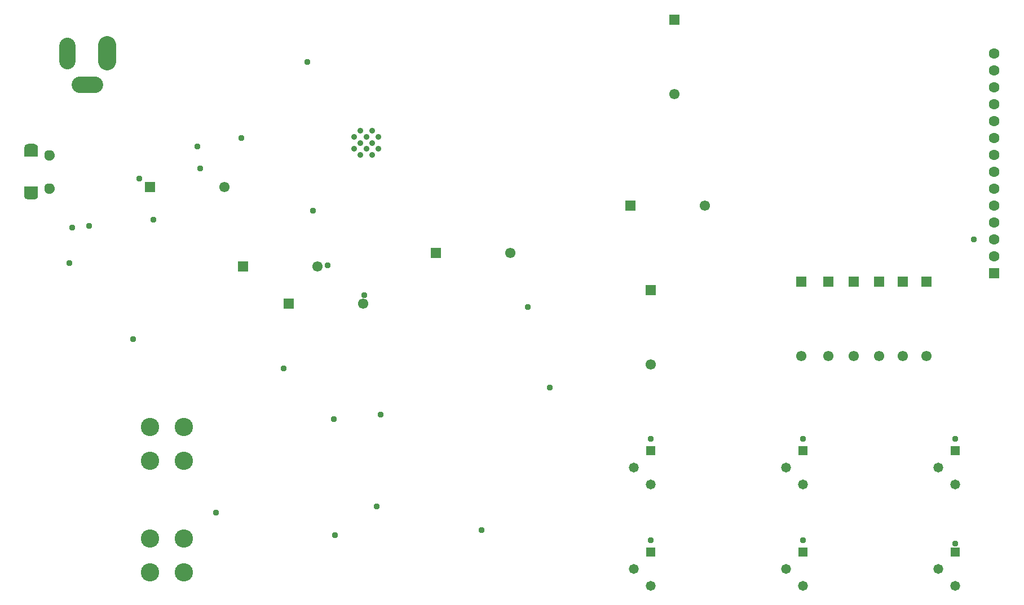
<source format=gbr>
G04 EAGLE Gerber RS-274X export*
G75*
%MOMM*%
%FSLAX34Y34*%
%LPD*%
%INSoldermask Bottom*%
%IPPOS*%
%AMOC8*
5,1,8,0,0,1.08239X$1,22.5*%
G01*
G04 Define Apertures*
%ADD10C,2.703200*%
%ADD11C,2.453200*%
%ADD12R,1.601200X1.601200*%
%ADD13C,1.601200*%
%ADD14R,1.471200X1.471200*%
%ADD15C,1.471200*%
%ADD16C,0.911200*%
%ADD17C,0.788500*%
%ADD18C,2.753200*%
%ADD19R,1.549400X1.549400*%
%ADD20C,1.549400*%
%ADD21C,0.959600*%
G36*
X55224Y686791D02*
X55115Y687898D01*
X55115Y701585D01*
X75485Y701585D01*
X75485Y687898D01*
X75376Y686791D01*
X75052Y685724D01*
X74527Y684741D01*
X73820Y683880D01*
X72959Y683173D01*
X71976Y682648D01*
X70909Y682324D01*
X69802Y682215D01*
X60798Y682215D01*
X59691Y682324D01*
X58624Y682648D01*
X57641Y683173D01*
X56780Y683880D01*
X56073Y684741D01*
X55548Y685724D01*
X55224Y686791D01*
G37*
G36*
X75485Y746215D02*
X55115Y746215D01*
X55115Y759902D01*
X55224Y761009D01*
X55548Y762076D01*
X56073Y763059D01*
X56780Y763920D01*
X57641Y764627D01*
X58624Y765152D01*
X59691Y765476D01*
X60798Y765585D01*
X69802Y765585D01*
X70909Y765476D01*
X71976Y765152D01*
X72959Y764627D01*
X73820Y763920D01*
X74527Y763059D01*
X75052Y762076D01*
X75376Y761009D01*
X75485Y759902D01*
X75485Y746215D01*
G37*
D10*
X179300Y914200D02*
X179300Y889200D01*
D11*
X119300Y890450D02*
X119300Y912950D01*
X138050Y854700D02*
X160550Y854700D01*
D12*
X1511300Y571500D03*
D13*
X1511300Y596900D03*
X1511300Y622300D03*
X1511300Y647700D03*
X1511300Y673100D03*
X1511300Y698500D03*
X1511300Y723900D03*
X1511300Y749300D03*
X1511300Y774700D03*
X1511300Y800100D03*
X1511300Y825500D03*
X1511300Y850900D03*
X1511300Y876300D03*
X1511300Y901700D03*
D14*
X1224130Y152400D03*
D15*
X1198730Y127000D03*
X1224130Y101600D03*
D14*
X1224130Y304800D03*
D15*
X1198730Y279400D03*
X1224130Y254000D03*
D14*
X1452730Y152400D03*
D15*
X1427330Y127000D03*
X1452730Y101600D03*
D14*
X995530Y152400D03*
D15*
X970130Y127000D03*
X995530Y101600D03*
D14*
X1452730Y304800D03*
D15*
X1427330Y279400D03*
X1452730Y254000D03*
D14*
X995530Y304800D03*
D15*
X970130Y279400D03*
X995530Y254000D03*
D16*
X550150Y758065D03*
X550150Y776415D03*
X559325Y748890D03*
X559325Y767240D03*
X559325Y785590D03*
X568500Y758065D03*
X568500Y776415D03*
X577675Y748890D03*
X577675Y767240D03*
X577675Y785590D03*
X586850Y758065D03*
X586850Y776415D03*
D17*
X88357Y748900D02*
X88359Y749025D01*
X88365Y749150D01*
X88375Y749275D01*
X88389Y749399D01*
X88407Y749523D01*
X88428Y749646D01*
X88454Y749769D01*
X88483Y749890D01*
X88517Y750011D01*
X88554Y750130D01*
X88595Y750249D01*
X88639Y750365D01*
X88688Y750481D01*
X88740Y750595D01*
X88795Y750707D01*
X88854Y750817D01*
X88917Y750925D01*
X88983Y751032D01*
X89052Y751136D01*
X89125Y751238D01*
X89201Y751337D01*
X89279Y751435D01*
X89361Y751529D01*
X89446Y751621D01*
X89534Y751710D01*
X89625Y751796D01*
X89718Y751880D01*
X89814Y751960D01*
X89912Y752038D01*
X90013Y752112D01*
X90116Y752183D01*
X90221Y752250D01*
X90329Y752315D01*
X90438Y752376D01*
X90549Y752433D01*
X90662Y752487D01*
X90777Y752537D01*
X90893Y752583D01*
X91010Y752626D01*
X91129Y752665D01*
X91249Y752700D01*
X91370Y752732D01*
X91492Y752759D01*
X91615Y752783D01*
X91739Y752803D01*
X91863Y752819D01*
X91988Y752831D01*
X92112Y752839D01*
X92237Y752843D01*
X92363Y752843D01*
X92488Y752839D01*
X92612Y752831D01*
X92737Y752819D01*
X92861Y752803D01*
X92985Y752783D01*
X93108Y752759D01*
X93230Y752732D01*
X93351Y752700D01*
X93471Y752665D01*
X93590Y752626D01*
X93707Y752583D01*
X93823Y752537D01*
X93938Y752487D01*
X94051Y752433D01*
X94162Y752376D01*
X94272Y752315D01*
X94379Y752250D01*
X94484Y752183D01*
X94587Y752112D01*
X94688Y752038D01*
X94786Y751960D01*
X94882Y751880D01*
X94975Y751796D01*
X95066Y751710D01*
X95154Y751621D01*
X95239Y751529D01*
X95321Y751435D01*
X95399Y751337D01*
X95475Y751238D01*
X95548Y751136D01*
X95617Y751032D01*
X95683Y750925D01*
X95746Y750817D01*
X95805Y750707D01*
X95860Y750595D01*
X95912Y750481D01*
X95961Y750365D01*
X96005Y750249D01*
X96046Y750130D01*
X96083Y750011D01*
X96117Y749890D01*
X96146Y749769D01*
X96172Y749646D01*
X96193Y749523D01*
X96211Y749399D01*
X96225Y749275D01*
X96235Y749150D01*
X96241Y749025D01*
X96243Y748900D01*
X96241Y748775D01*
X96235Y748650D01*
X96225Y748525D01*
X96211Y748401D01*
X96193Y748277D01*
X96172Y748154D01*
X96146Y748031D01*
X96117Y747910D01*
X96083Y747789D01*
X96046Y747670D01*
X96005Y747551D01*
X95961Y747435D01*
X95912Y747319D01*
X95860Y747205D01*
X95805Y747093D01*
X95746Y746983D01*
X95683Y746875D01*
X95617Y746768D01*
X95548Y746664D01*
X95475Y746562D01*
X95399Y746463D01*
X95321Y746365D01*
X95239Y746271D01*
X95154Y746179D01*
X95066Y746090D01*
X94975Y746004D01*
X94882Y745920D01*
X94786Y745840D01*
X94688Y745762D01*
X94587Y745688D01*
X94484Y745617D01*
X94379Y745550D01*
X94271Y745485D01*
X94162Y745424D01*
X94051Y745367D01*
X93938Y745313D01*
X93823Y745263D01*
X93707Y745217D01*
X93590Y745174D01*
X93471Y745135D01*
X93351Y745100D01*
X93230Y745068D01*
X93108Y745041D01*
X92985Y745017D01*
X92861Y744997D01*
X92737Y744981D01*
X92612Y744969D01*
X92488Y744961D01*
X92363Y744957D01*
X92237Y744957D01*
X92112Y744961D01*
X91988Y744969D01*
X91863Y744981D01*
X91739Y744997D01*
X91615Y745017D01*
X91492Y745041D01*
X91370Y745068D01*
X91249Y745100D01*
X91129Y745135D01*
X91010Y745174D01*
X90893Y745217D01*
X90777Y745263D01*
X90662Y745313D01*
X90549Y745367D01*
X90438Y745424D01*
X90328Y745485D01*
X90221Y745550D01*
X90116Y745617D01*
X90013Y745688D01*
X89912Y745762D01*
X89814Y745840D01*
X89718Y745920D01*
X89625Y746004D01*
X89534Y746090D01*
X89446Y746179D01*
X89361Y746271D01*
X89279Y746365D01*
X89201Y746463D01*
X89125Y746562D01*
X89052Y746664D01*
X88983Y746768D01*
X88917Y746875D01*
X88854Y746983D01*
X88795Y747093D01*
X88740Y747205D01*
X88688Y747319D01*
X88639Y747435D01*
X88595Y747551D01*
X88554Y747670D01*
X88517Y747789D01*
X88483Y747910D01*
X88454Y748031D01*
X88428Y748154D01*
X88407Y748277D01*
X88389Y748401D01*
X88375Y748525D01*
X88365Y748650D01*
X88359Y748775D01*
X88357Y748900D01*
X88357Y698900D02*
X88359Y699025D01*
X88365Y699150D01*
X88375Y699275D01*
X88389Y699399D01*
X88407Y699523D01*
X88428Y699646D01*
X88454Y699769D01*
X88483Y699890D01*
X88517Y700011D01*
X88554Y700130D01*
X88595Y700249D01*
X88639Y700365D01*
X88688Y700481D01*
X88740Y700595D01*
X88795Y700707D01*
X88854Y700817D01*
X88917Y700925D01*
X88983Y701032D01*
X89052Y701136D01*
X89125Y701238D01*
X89201Y701337D01*
X89279Y701435D01*
X89361Y701529D01*
X89446Y701621D01*
X89534Y701710D01*
X89625Y701796D01*
X89718Y701880D01*
X89814Y701960D01*
X89912Y702038D01*
X90013Y702112D01*
X90116Y702183D01*
X90221Y702250D01*
X90329Y702315D01*
X90438Y702376D01*
X90549Y702433D01*
X90662Y702487D01*
X90777Y702537D01*
X90893Y702583D01*
X91010Y702626D01*
X91129Y702665D01*
X91249Y702700D01*
X91370Y702732D01*
X91492Y702759D01*
X91615Y702783D01*
X91739Y702803D01*
X91863Y702819D01*
X91988Y702831D01*
X92112Y702839D01*
X92237Y702843D01*
X92363Y702843D01*
X92488Y702839D01*
X92612Y702831D01*
X92737Y702819D01*
X92861Y702803D01*
X92985Y702783D01*
X93108Y702759D01*
X93230Y702732D01*
X93351Y702700D01*
X93471Y702665D01*
X93590Y702626D01*
X93707Y702583D01*
X93823Y702537D01*
X93938Y702487D01*
X94051Y702433D01*
X94162Y702376D01*
X94272Y702315D01*
X94379Y702250D01*
X94484Y702183D01*
X94587Y702112D01*
X94688Y702038D01*
X94786Y701960D01*
X94882Y701880D01*
X94975Y701796D01*
X95066Y701710D01*
X95154Y701621D01*
X95239Y701529D01*
X95321Y701435D01*
X95399Y701337D01*
X95475Y701238D01*
X95548Y701136D01*
X95617Y701032D01*
X95683Y700925D01*
X95746Y700817D01*
X95805Y700707D01*
X95860Y700595D01*
X95912Y700481D01*
X95961Y700365D01*
X96005Y700249D01*
X96046Y700130D01*
X96083Y700011D01*
X96117Y699890D01*
X96146Y699769D01*
X96172Y699646D01*
X96193Y699523D01*
X96211Y699399D01*
X96225Y699275D01*
X96235Y699150D01*
X96241Y699025D01*
X96243Y698900D01*
X96241Y698775D01*
X96235Y698650D01*
X96225Y698525D01*
X96211Y698401D01*
X96193Y698277D01*
X96172Y698154D01*
X96146Y698031D01*
X96117Y697910D01*
X96083Y697789D01*
X96046Y697670D01*
X96005Y697551D01*
X95961Y697435D01*
X95912Y697319D01*
X95860Y697205D01*
X95805Y697093D01*
X95746Y696983D01*
X95683Y696875D01*
X95617Y696768D01*
X95548Y696664D01*
X95475Y696562D01*
X95399Y696463D01*
X95321Y696365D01*
X95239Y696271D01*
X95154Y696179D01*
X95066Y696090D01*
X94975Y696004D01*
X94882Y695920D01*
X94786Y695840D01*
X94688Y695762D01*
X94587Y695688D01*
X94484Y695617D01*
X94379Y695550D01*
X94271Y695485D01*
X94162Y695424D01*
X94051Y695367D01*
X93938Y695313D01*
X93823Y695263D01*
X93707Y695217D01*
X93590Y695174D01*
X93471Y695135D01*
X93351Y695100D01*
X93230Y695068D01*
X93108Y695041D01*
X92985Y695017D01*
X92861Y694997D01*
X92737Y694981D01*
X92612Y694969D01*
X92488Y694961D01*
X92363Y694957D01*
X92237Y694957D01*
X92112Y694961D01*
X91988Y694969D01*
X91863Y694981D01*
X91739Y694997D01*
X91615Y695017D01*
X91492Y695041D01*
X91370Y695068D01*
X91249Y695100D01*
X91129Y695135D01*
X91010Y695174D01*
X90893Y695217D01*
X90777Y695263D01*
X90662Y695313D01*
X90549Y695367D01*
X90438Y695424D01*
X90328Y695485D01*
X90221Y695550D01*
X90116Y695617D01*
X90013Y695688D01*
X89912Y695762D01*
X89814Y695840D01*
X89718Y695920D01*
X89625Y696004D01*
X89534Y696090D01*
X89446Y696179D01*
X89361Y696271D01*
X89279Y696365D01*
X89201Y696463D01*
X89125Y696562D01*
X89052Y696664D01*
X88983Y696768D01*
X88917Y696875D01*
X88854Y696983D01*
X88795Y697093D01*
X88740Y697205D01*
X88688Y697319D01*
X88639Y697435D01*
X88595Y697551D01*
X88554Y697670D01*
X88517Y697789D01*
X88483Y697910D01*
X88454Y698031D01*
X88428Y698154D01*
X88407Y698277D01*
X88389Y698401D01*
X88375Y698525D01*
X88365Y698650D01*
X88359Y698775D01*
X88357Y698900D01*
D18*
X294640Y172720D03*
X294640Y121920D03*
X243840Y172720D03*
X243840Y121920D03*
X294640Y340360D03*
X294640Y289560D03*
X243840Y340360D03*
X243840Y289560D03*
D19*
X673100Y601980D03*
D20*
X784860Y601980D03*
D19*
X995680Y546100D03*
D20*
X995680Y434340D03*
D19*
X1031240Y952500D03*
D20*
X1031240Y840740D03*
D19*
X965200Y673100D03*
D20*
X1076960Y673100D03*
D19*
X1300480Y558800D03*
D20*
X1300480Y447040D03*
D19*
X1221740Y558800D03*
D20*
X1221740Y447040D03*
D19*
X1338580Y558800D03*
D20*
X1338580Y447040D03*
D19*
X1374140Y558800D03*
D20*
X1374140Y447040D03*
D19*
X1262380Y558800D03*
D20*
X1262380Y447040D03*
D19*
X243840Y701040D03*
D20*
X355600Y701040D03*
D19*
X1409700Y558800D03*
D20*
X1409700Y447040D03*
D19*
X383540Y581660D03*
D20*
X495300Y581660D03*
D19*
X452120Y525653D03*
D20*
X563880Y525653D03*
D21*
X342900Y211586D03*
X844400Y399768D03*
X521213Y177217D03*
X248920Y651792D03*
X519870Y352350D03*
X590110Y358850D03*
X319026Y728980D03*
X122934Y586740D03*
X810756Y520700D03*
X314936Y762000D03*
X444500Y428230D03*
X488176Y665480D03*
X480060Y889000D03*
X152400Y642620D03*
X227612Y713740D03*
X584200Y220980D03*
X1452880Y165100D03*
X1224280Y170180D03*
X995680Y170180D03*
X995680Y322580D03*
X1224280Y322580D03*
X1452880Y322580D03*
X1480820Y622300D03*
X218440Y472440D03*
X381000Y774700D03*
X126519Y639599D03*
X510822Y583212D03*
X741680Y185420D03*
X565424Y538114D03*
M02*

</source>
